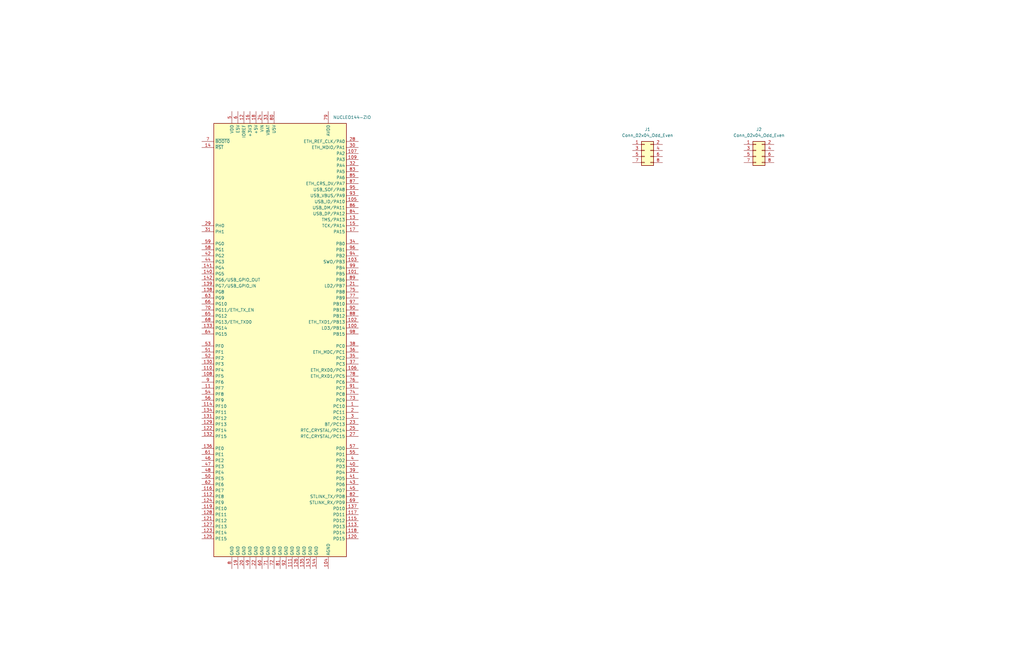
<source format=kicad_sch>
(kicad_sch (version 20211123) (generator eeschema)
  (paper "USLedger")
  (title_block (title "NISoC Readout 1 Module Base") (rev "1.0") (company "University of Dallas") (comment 1 "Drawn By: Aidan Medcalf"))
  (lib_symbols
    (symbol "Connector_Generic:Conn_02x04_Odd_Even" (pin_names (offset 1.016) hide)
      (property "Reference" "J" (at 1.27 5.08 0))
      (property "Value" "Conn_02x04_Odd_Even" (at 1.27 -7.62 0))
      (symbol "Conn_02x04_Odd_Even_1_1"
        (rectangle (start -1.27 -4.953) (end 0 -5.207) (stroke (width 0.1524)))
        (rectangle (start -1.27 -2.413) (end 0 -2.667) (stroke (width 0.1524)))
        (rectangle (start -1.27 0.127) (end 0 -0.127) (stroke (width 0.1524)))
        (rectangle (start -1.27 2.667) (end 0 2.413) (stroke (width 0.1524)))
        (rectangle (start -1.27 3.81) (end 3.81 -6.35) (stroke (width 0.254)) (fill (type background)))
        (rectangle (start 3.81 -4.953) (end 2.54 -5.207) (stroke (width 0.1524)))
        (rectangle (start 3.81 -2.413) (end 2.54 -2.667) (stroke (width 0.1524)))
        (rectangle (start 3.81 0.127) (end 2.54 -0.127) (stroke (width 0.1524)))
        (rectangle (start 3.81 2.667) (end 2.54 2.413) (stroke (width 0.1524)))
        (pin passive line (at -5.08 2.54 0) (length 3.81) (name "Pin_1") (number "1"))
        (pin passive line (at 7.62 2.54 180) (length 3.81) (name "Pin_2") (number "2"))
        (pin passive line (at -5.08 0 0) (length 3.81) (name "Pin_3") (number "3"))
        (pin passive line (at 7.62 0 180) (length 3.81) (name "Pin_4") (number "4"))
        (pin passive line (at -5.08 -2.54 0) (length 3.81) (name "Pin_5") (number "5"))
        (pin passive line (at 7.62 -2.54 180) (length 3.81) (name "Pin_6") (number "6"))
        (pin passive line (at -5.08 -5.08 0) (length 3.81) (name "Pin_7") (number "7"))
        (pin passive line (at 7.62 -5.08 180) (length 3.81) (name "Pin_8") (number "8"))
      )
    )
    (symbol "NISoC-Socket:NUCLEO144-ZIO"
      (property "Value" "NUCLEO144-ZIO" (at -22.86 92.71 0))
      (symbol "NUCLEO144-ZIO_0_1"
        (rectangle (start -27.94 -91.44) (end 27.94 91.44) (stroke (width 0.254)) (fill (type background)))
      )
      (symbol "NUCLEO144-ZIO_1_1"
        (pin bidirectional line (at 33.02 -27.94 180) (length 5.08) (name "PC10") (number "1"))
        (pin no_connect line (at -33.02 55.88 0) (length 5.08) hide (name "NC") (number "10"))
        (pin bidirectional line (at 33.02 5.08 180) (length 5.08) (name "LD3/PB14") (number "100"))
        (pin bidirectional line (at 33.02 27.94 180) (length 5.08) (name "PB5") (number "101"))
        (pin bidirectional line (at 33.02 7.62 180) (length 5.08) (name "ETH_TXD1/PB13") (number "102"))
        (pin bidirectional line (at 33.02 33.02 180) (length 5.08) (name "SWO/PB3") (number "103"))
        (pin power_in line (at 20.32 -96.52 90) (length 5.08) (name "AGND") (number "104"))
        (pin bidirectional line (at 33.02 58.42 180) (length 5.08) (name "USB_ID/PA10") (number "105"))
        (pin bidirectional line (at 33.02 -12.7 180) (length 5.08) (name "ETH_RXD0/PC4") (number "106"))
        (pin bidirectional line (at 33.02 78.74 180) (length 5.08) (name "PA2") (number "107"))
        (pin bidirectional line (at -33.02 -15.24 0) (length 5.08) (name "PF5") (number "108"))
        (pin bidirectional line (at 33.02 76.2 180) (length 5.08) (name "PA3") (number "109"))
        (pin bidirectional line (at -33.02 -20.32 0) (length 5.08) (name "PF7") (number "11"))
        (pin bidirectional line (at -33.02 -12.7 0) (length 5.08) (name "PF4") (number "110"))
        (pin power_in line (at 5.08 -96.52 90) (length 5.08) (name "GND") (number "111"))
        (pin bidirectional line (at -33.02 -66.04 0) (length 5.08) (name "PE8") (number "112"))
        (pin bidirectional line (at 33.02 -78.74 180) (length 5.08) (name "PD13") (number "113"))
        (pin bidirectional line (at -33.02 -27.94 0) (length 5.08) (name "PF10") (number "114"))
        (pin bidirectional line (at 33.02 -76.2 180) (length 5.08) (name "PD12") (number "115"))
        (pin bidirectional line (at -33.02 -63.5 0) (length 5.08) (name "PE7") (number "116"))
        (pin bidirectional line (at 33.02 -73.66 180) (length 5.08) (name "PD11") (number "117"))
        (pin bidirectional line (at 33.02 -81.28 180) (length 5.08) (name "PD14") (number "118"))
        (pin bidirectional line (at -33.02 -71.12 0) (length 5.08) (name "PE10") (number "119"))
        (pin power_in line (at -15.24 96.52 270) (length 5.08) (name "IOREF") (number "12"))
        (pin bidirectional line (at 33.02 -83.82 180) (length 5.08) (name "PD15") (number "120"))
        (pin bidirectional line (at -33.02 -76.2 0) (length 5.08) (name "PE12") (number "121"))
        (pin bidirectional line (at -33.02 -38.1 0) (length 5.08) (name "PF14") (number "122"))
        (pin bidirectional line (at -33.02 -81.28 0) (length 5.08) (name "PE14") (number "123"))
        (pin bidirectional line (at -33.02 -68.58 0) (length 5.08) (name "PE9") (number "124"))
        (pin bidirectional line (at -33.02 -83.82 0) (length 5.08) (name "PE15") (number "125"))
        (pin power_in line (at 7.62 -96.52 90) (length 5.08) (name "GND") (number "126"))
        (pin bidirectional line (at -33.02 -78.74 0) (length 5.08) (name "PE13") (number "127"))
        (pin bidirectional line (at -33.02 -73.66 0) (length 5.08) (name "PE11") (number "128"))
        (pin bidirectional line (at -33.02 -35.56 0) (length 5.08) (name "PF13") (number "129"))
        (pin bidirectional line (at 33.02 50.8 180) (length 5.08) (name "TMS/PA13") (number "13"))
        (pin bidirectional line (at -33.02 -10.16 0) (length 5.08) (name "PF3") (number "130"))
        (pin bidirectional line (at -33.02 -33.02 0) (length 5.08) (name "PF12") (number "131"))
        (pin bidirectional line (at -33.02 -40.64 0) (length 5.08) (name "PF15") (number "132"))
        (pin bidirectional line (at -33.02 5.08 0) (length 5.08) (name "PG14") (number "133"))
        (pin bidirectional line (at -33.02 -30.48 0) (length 5.08) (name "PF11") (number "134"))
        (pin power_in line (at 10.16 -96.52 90) (length 5.08) (name "GND") (number "135"))
        (pin bidirectional line (at -33.02 -45.72 0) (length 5.08) (name "PE0") (number "136"))
        (pin bidirectional line (at 33.02 -71.12 180) (length 5.08) (name "PD10") (number "137"))
        (pin bidirectional line (at -33.02 20.32 0) (length 5.08) (name "PG8") (number "138"))
        (pin bidirectional line (at -33.02 22.86 0) (length 5.08) (name "PG7/USB_GPIO_IN") (number "139"))
        (pin input line (at -33.02 81.28 0) (length 5.08) (name "~{RST}") (number "14"))
        (pin bidirectional line (at -33.02 27.94 0) (length 5.08) (name "PG5") (number "140"))
        (pin bidirectional line (at -33.02 30.48 0) (length 5.08) (name "PG4") (number "141"))
        (pin bidirectional line (at -33.02 25.4 0) (length 5.08) (name "PG6/USB_GPIO_OUT") (number "142"))
        (pin power_in line (at 12.7 -96.52 90) (length 5.08) (name "GND") (number "143"))
        (pin power_in line (at 15.24 -96.52 90) (length 5.08) (name "GND") (number "144"))
        (pin bidirectional line (at 33.02 48.26 180) (length 5.08) (name "TCK/PA14") (number "15"))
        (pin power_in line (at -12.7 96.52 270) (length 5.08) (name "+3V3") (number "16"))
        (pin bidirectional line (at 33.02 45.72 180) (length 5.08) (name "PA15") (number "17"))
        (pin power_in line (at -10.16 96.52 270) (length 5.08) (name "+5V") (number "18"))
        (pin power_in line (at -17.78 -96.52 90) (length 5.08) (name "GND") (number "19"))
        (pin bidirectional line (at 33.02 -30.48 180) (length 5.08) (name "PC11") (number "2"))
        (pin power_in line (at -15.24 -96.52 90) (length 5.08) (name "GND") (number "20"))
        (pin bidirectional line (at 33.02 22.86 180) (length 5.08) (name "LD2/PB7") (number "21"))
        (pin power_in line (at -10.16 -96.52 90) (length 5.08) (name "GND") (number "22"))
        (pin bidirectional line (at 33.02 -35.56 180) (length 5.08) (name "BT/PC13") (number "23"))
        (pin power_in line (at -7.62 96.52 270) (length 5.08) (name "VIN") (number "24"))
        (pin bidirectional line (at 33.02 -38.1 180) (length 5.08) (name "RTC_CRYSTAL/PC14") (number "25"))
        (pin no_connect line (at -33.02 58.42 0) (length 5.08) hide (name "NC") (number "26"))
        (pin bidirectional line (at 33.02 -40.64 180) (length 5.08) (name "RTC_CRYSTAL/PC15") (number "27"))
        (pin bidirectional line (at 33.02 83.82 180) (length 5.08) (name "ETH_REF_CLK/PA0") (number "28"))
        (pin bidirectional line (at -33.02 48.26 0) (length 5.08) (name "PH0") (number "29"))
        (pin bidirectional line (at 33.02 -33.02 180) (length 5.08) (name "PC12") (number "3"))
        (pin bidirectional line (at 33.02 81.28 180) (length 5.08) (name "ETH_MDIO/PA1") (number "30"))
        (pin bidirectional line (at -33.02 45.72 0) (length 5.08) (name "PH1") (number "31"))
        (pin bidirectional line (at 33.02 73.66 180) (length 5.08) (name "PA4") (number "32"))
        (pin power_in line (at -5.08 96.52 270) (length 5.08) (name "VBAT") (number "33"))
        (pin bidirectional line (at 33.02 40.64 180) (length 5.08) (name "PB0") (number "34"))
        (pin bidirectional line (at 33.02 -7.62 180) (length 5.08) (name "PC2") (number "35"))
        (pin bidirectional line (at 33.02 -5.08 180) (length 5.08) (name "ETH_MDC/PC1") (number "36"))
        (pin bidirectional line (at 33.02 -10.16 180) (length 5.08) (name "PC3") (number "37"))
        (pin bidirectional line (at 33.02 -2.54 180) (length 5.08) (name "PC0") (number "38"))
        (pin bidirectional line (at 33.02 -55.88 180) (length 5.08) (name "PD4") (number "39"))
        (pin bidirectional line (at 33.02 -50.8 180) (length 5.08) (name "PD2") (number "4"))
        (pin bidirectional line (at 33.02 -53.34 180) (length 5.08) (name "PD3") (number "40"))
        (pin bidirectional line (at 33.02 -58.42 180) (length 5.08) (name "PD5") (number "41"))
        (pin bidirectional line (at -33.02 35.56 0) (length 5.08) (name "PG2") (number "42"))
        (pin bidirectional line (at 33.02 -60.96 180) (length 5.08) (name "PD6") (number "43"))
        (pin bidirectional line (at -33.02 33.02 0) (length 5.08) (name "PG3") (number "44"))
        (pin bidirectional line (at 33.02 -63.5 180) (length 5.08) (name "PD7") (number "45"))
        (pin bidirectional line (at -33.02 -50.8 0) (length 5.08) (name "PE2") (number "46"))
        (pin bidirectional line (at -33.02 -53.34 0) (length 5.08) (name "PE3") (number "47"))
        (pin bidirectional line (at -33.02 -55.88 0) (length 5.08) (name "PE4") (number "48"))
        (pin power_in line (at -12.7 -96.52 90) (length 5.08) (name "GND") (number "49"))
        (pin power_in line (at -20.32 96.52 270) (length 5.08) (name "VDD") (number "5"))
        (pin bidirectional line (at -33.02 -58.42 0) (length 5.08) (name "PE5") (number "50"))
        (pin bidirectional line (at -33.02 -5.08 0) (length 5.08) (name "PF1") (number "51"))
        (pin bidirectional line (at -33.02 -7.62 0) (length 5.08) (name "PF2") (number "52"))
        (pin bidirectional line (at -33.02 -2.54 0) (length 5.08) (name "PF0") (number "53"))
        (pin bidirectional line (at -33.02 -22.86 0) (length 5.08) (name "PF8") (number "54"))
        (pin bidirectional line (at 33.02 -48.26 180) (length 5.08) (name "PD1") (number "55"))
        (pin bidirectional line (at -33.02 -25.4 0) (length 5.08) (name "PF9") (number "56"))
        (pin bidirectional line (at 33.02 -45.72 180) (length 5.08) (name "PD0") (number "57"))
        (pin bidirectional line (at -33.02 38.1 0) (length 5.08) (name "PG1") (number "58"))
        (pin bidirectional line (at -33.02 40.64 0) (length 5.08) (name "PG0") (number "59"))
        (pin power_in line (at -17.78 96.52 270) (length 5.08) (name "E5V") (number "6"))
        (pin power_in line (at -7.62 -96.52 90) (length 5.08) (name "GND") (number "60"))
        (pin bidirectional line (at -33.02 -48.26 0) (length 5.08) (name "PE1") (number "61"))
        (pin bidirectional line (at -33.02 -60.96 0) (length 5.08) (name "PE6") (number "62"))
        (pin bidirectional line (at -33.02 17.78 0) (length 5.08) (name "PG9") (number "63"))
        (pin bidirectional line (at -33.02 2.54 0) (length 5.08) (name "PG15") (number "64"))
        (pin bidirectional line (at -33.02 10.16 0) (length 5.08) (name "PG12") (number "65"))
        (pin bidirectional line (at -33.02 15.24 0) (length 5.08) (name "PG10") (number "66"))
        (pin no_connect line (at -33.02 53.34 0) (length 5.08) hide (name "NC") (number "67"))
        (pin bidirectional line (at -33.02 7.62 0) (length 5.08) (name "PG13/ETH_TXD0") (number "68"))
        (pin bidirectional line (at 33.02 -68.58 180) (length 5.08) (name "STLINK_RX/PD9") (number "69"))
        (pin input line (at -33.02 83.82 0) (length 5.08) (name "~{BOOT0}") (number "7"))
        (pin bidirectional line (at -33.02 12.7 0) (length 5.08) (name "PG11/ETH_TX_EN") (number "70"))
        (pin power_in line (at -5.08 -96.52 90) (length 5.08) (name "GND") (number "71"))
        (pin power_in line (at -2.54 -96.52 90) (length 5.08) (name "GND") (number "72"))
        (pin bidirectional line (at 33.02 -25.4 180) (length 5.08) (name "PC9") (number "73"))
        (pin bidirectional line (at 33.02 -22.86 180) (length 5.08) (name "PC8") (number "74"))
        (pin bidirectional line (at 33.02 20.32 180) (length 5.08) (name "PB8") (number "75"))
        (pin bidirectional line (at 33.02 -17.78 180) (length 5.08) (name "PC6") (number "76"))
        (pin bidirectional line (at 33.02 17.78 180) (length 5.08) (name "PB9") (number "77"))
        (pin bidirectional line (at 33.02 -15.24 180) (length 5.08) (name "ETH_RXD1/PC5") (number "78"))
        (pin power_in line (at 20.32 96.52 270) (length 5.08) (name "AVDD") (number "79"))
        (pin power_in line (at -20.32 -96.52 90) (length 5.08) (name "GND") (number "8"))
        (pin power_in line (at -2.54 96.52 270) (length 5.08) (name "U5V") (number "80"))
        (pin power_in line (at 0 -96.52 90) (length 5.08) (name "GND") (number "81"))
        (pin bidirectional line (at 33.02 -66.04 180) (length 5.08) (name "STLINK_TX/PD8") (number "82"))
        (pin bidirectional line (at 33.02 71.12 180) (length 5.08) (name "PA5") (number "83"))
        (pin bidirectional line (at 33.02 53.34 180) (length 5.08) (name "USB_DP/PA12") (number "84"))
        (pin bidirectional line (at 33.02 68.58 180) (length 5.08) (name "PA6") (number "85"))
        (pin bidirectional line (at 33.02 55.88 180) (length 5.08) (name "USB_DM/PA11") (number "86"))
        (pin bidirectional line (at 33.02 66.04 180) (length 5.08) (name "ETH_CRS_DV/PA7") (number "87"))
        (pin bidirectional line (at 33.02 10.16 180) (length 5.08) (name "PB12") (number "88"))
        (pin bidirectional line (at 33.02 25.4 180) (length 5.08) (name "PB6") (number "89"))
        (pin bidirectional line (at -33.02 -17.78 0) (length 5.08) (name "PF6") (number "9"))
        (pin bidirectional line (at 33.02 12.7 180) (length 5.08) (name "PB11") (number "90"))
        (pin bidirectional line (at 33.02 -20.32 180) (length 5.08) (name "PC7") (number "91"))
        (pin power_in line (at 2.54 -96.52 90) (length 5.08) (name "GND") (number "92"))
        (pin bidirectional line (at 33.02 60.96 180) (length 5.08) (name "USB_VBUS/PA9") (number "93"))
        (pin bidirectional line (at 33.02 35.56 180) (length 5.08) (name "PB2") (number "94"))
        (pin bidirectional line (at 33.02 63.5 180) (length 5.08) (name "USB_SOF/PA8") (number "95"))
        (pin bidirectional line (at 33.02 38.1 180) (length 5.08) (name "PB1") (number "96"))
        (pin bidirectional line (at 33.02 15.24 180) (length 5.08) (name "PB10") (number "97"))
        (pin bidirectional line (at 33.02 2.54 180) (length 5.08) (name "PB15") (number "98"))
        (pin bidirectional line (at 33.02 30.48 180) (length 5.08) (name "PB4") (number "99"))
      )
    )
  )
  (symbol (lib_id "Connector_Generic:Conn_02x04_Odd_Even") (at 318.77 63.5 0) (unit 1)
    (property "Reference" "J2" (at 320.04 54.61 0))
    (property "Value" "Conn_02x04_Odd_Even" (at 320.04 57.15 0))
    (property "Footprint" "Connector_PinHeader_2.54mm:PinHeader_2x04_P2.54mm_Vertical" (effects hide))
  )
  (symbol (lib_id "NISoC-Socket:NUCLEO144-ZIO") (at 118.11 143.51 0) (unit 1)
    (property "Reference" "X1" (effects hide))
    (property "Value" "NUCLEO144-ZIO" (at 140.4494 49.53 0) (effects (justify left)))
    (property "Footprint" "NISoC-Socket:ST_Morpho_Connector_144_STLink_MountingHoles" (effects hide))
  )
  (symbol (lib_id "Connector_Generic:Conn_02x04_Odd_Even") (at 271.78 63.5 0) (unit 1)
    (property "Reference" "J1" (at 273.05 54.61 0))
    (property "Value" "Conn_02x04_Odd_Even" (at 273.05 57.15 0))
    (property "Footprint" "Connector_PinHeader_2.54mm:PinHeader_2x04_P2.54mm_Vertical" (effects hide))
  )
)
</source>
